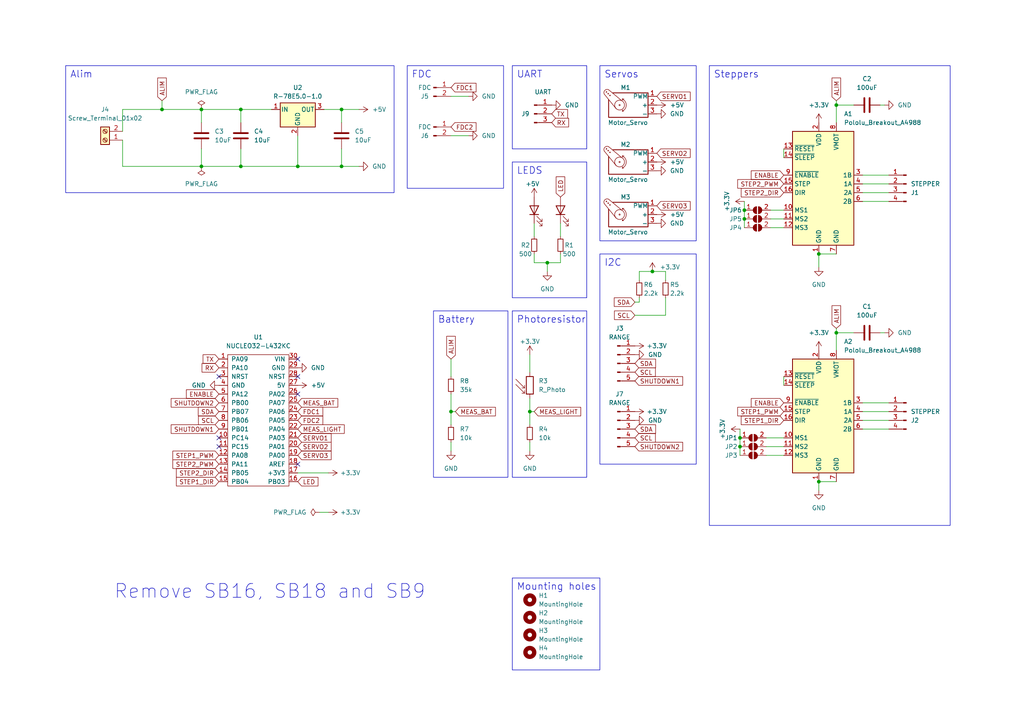
<source format=kicad_sch>
(kicad_sch (version 20230121) (generator eeschema)
  (paper "A4")
  (lib_symbols
    (symbol "Connector:Conn_01x02_Pin" (pin_names (offset 1.016) hide)
      (property "Reference" "J" (at 0 2.54 0))
      (property "Value" "Conn_01x02_Pin" (at 0 -5.08 0))
      (symbol "Conn_01x02_Pin_1_1"
        (polyline (pts (xy 1.27 -2.54) (xy 0.8636 -2.54)) (stroke (width 0.1524)))
        (polyline (pts (xy 1.27 0) (xy 0.8636 0)) (stroke (width 0.1524)))
        (rectangle (start 0.8636 -2.413) (end 0 -2.667) (stroke (width 0.1524)) (fill (type outline)))
        (rectangle (start 0.8636 0.127) (end 0 -0.127) (stroke (width 0.1524)) (fill (type outline)))
        (pin passive line (at 5.08 0 180) (length 3.81) (name "Pin_1") (number "1"))
        (pin passive line (at 5.08 -2.54 180) (length 3.81) (name "Pin_2") (number "2"))
      )
    )
    (symbol "Connector:Conn_01x03_Pin" (pin_names (offset 1.016) hide)
      (property "Reference" "J" (at 0 5.08 0))
      (property "Value" "Conn_01x03_Pin" (at 0 -5.08 0))
      (symbol "Conn_01x03_Pin_1_1"
        (polyline (pts (xy 1.27 -2.54) (xy 0.8636 -2.54)) (stroke (width 0.1524)))
        (polyline (pts (xy 1.27 0) (xy 0.8636 0)) (stroke (width 0.1524)))
        (polyline (pts (xy 1.27 2.54) (xy 0.8636 2.54)) (stroke (width 0.1524)))
        (rectangle (start 0.8636 -2.413) (end 0 -2.667) (stroke (width 0.1524)) (fill (type outline)))
        (rectangle (start 0.8636 0.127) (end 0 -0.127) (stroke (width 0.1524)) (fill (type outline)))
        (rectangle (start 0.8636 2.667) (end 0 2.413) (stroke (width 0.1524)) (fill (type outline)))
        (pin passive line (at 5.08 2.54 180) (length 3.81) (name "Pin_1") (number "1"))
        (pin passive line (at 5.08 0 180) (length 3.81) (name "Pin_2") (number "2"))
        (pin passive line (at 5.08 -2.54 180) (length 3.81) (name "Pin_3") (number "3"))
      )
    )
    (symbol "Connector:Conn_01x04_Pin" (pin_names (offset 1.016) hide)
      (property "Reference" "J" (at 0 5.08 0))
      (property "Value" "Conn_01x04_Pin" (at 0 -7.62 0))
      (symbol "Conn_01x04_Pin_1_1"
        (polyline (pts (xy 1.27 -5.08) (xy 0.8636 -5.08)) (stroke (width 0.1524)))
        (polyline (pts (xy 1.27 -2.54) (xy 0.8636 -2.54)) (stroke (width 0.1524)))
        (polyline (pts (xy 1.27 0) (xy 0.8636 0)) (stroke (width 0.1524)))
        (polyline (pts (xy 1.27 2.54) (xy 0.8636 2.54)) (stroke (width 0.1524)))
        (rectangle (start 0.8636 -4.953) (end 0 -5.207) (stroke (width 0.1524)) (fill (type outline)))
        (rectangle (start 0.8636 -2.413) (end 0 -2.667) (stroke (width 0.1524)) (fill (type outline)))
        (rectangle (start 0.8636 0.127) (end 0 -0.127) (stroke (width 0.1524)) (fill (type outline)))
        (rectangle (start 0.8636 2.667) (end 0 2.413) (stroke (width 0.1524)) (fill (type outline)))
        (pin passive line (at 5.08 2.54 180) (length 3.81) (name "Pin_1") (number "1"))
        (pin passive line (at 5.08 0 180) (length 3.81) (name "Pin_2") (number "2"))
        (pin passive line (at 5.08 -2.54 180) (length 3.81) (name "Pin_3") (number "3"))
        (pin passive line (at 5.08 -5.08 180) (length 3.81) (name "Pin_4") (number "4"))
      )
    )
    (symbol "Connector:Conn_01x05_Pin" (pin_names (offset 1.016) hide)
      (property "Reference" "J" (at 0 7.62 0))
      (property "Value" "Conn_01x05_Pin" (at 0 -7.62 0))
      (symbol "Conn_01x05_Pin_1_1"
        (polyline (pts (xy 1.27 -5.08) (xy 0.8636 -5.08)) (stroke (width 0.1524)))
        (polyline (pts (xy 1.27 -2.54) (xy 0.8636 -2.54)) (stroke (width 0.1524)))
        (polyline (pts (xy 1.27 0) (xy 0.8636 0)) (stroke (width 0.1524)))
        (polyline (pts (xy 1.27 2.54) (xy 0.8636 2.54)) (stroke (width 0.1524)))
        (polyline (pts (xy 1.27 5.08) (xy 0.8636 5.08)) (stroke (width 0.1524)))
        (rectangle (start 0.8636 -4.953) (end 0 -5.207) (stroke (width 0.1524)) (fill (type outline)))
        (rectangle (start 0.8636 -2.413) (end 0 -2.667) (stroke (width 0.1524)) (fill (type outline)))
        (rectangle (start 0.8636 0.127) (end 0 -0.127) (stroke (width 0.1524)) (fill (type outline)))
        (rectangle (start 0.8636 2.667) (end 0 2.413) (stroke (width 0.1524)) (fill (type outline)))
        (rectangle (start 0.8636 5.207) (end 0 4.953) (stroke (width 0.1524)) (fill (type outline)))
        (pin passive line (at 5.08 5.08 180) (length 3.81) (name "Pin_1") (number "1"))
        (pin passive line (at 5.08 2.54 180) (length 3.81) (name "Pin_2") (number "2"))
        (pin passive line (at 5.08 0 180) (length 3.81) (name "Pin_3") (number "3"))
        (pin passive line (at 5.08 -2.54 180) (length 3.81) (name "Pin_4") (number "4"))
        (pin passive line (at 5.08 -5.08 180) (length 3.81) (name "Pin_5") (number "5"))
      )
    )
    (symbol "Connector:Screw_Terminal_01x02" (pin_names (offset 1.016) hide)
      (property "Reference" "J" (at 0 2.54 0))
      (property "Value" "Screw_Terminal_01x02" (at 0 -5.08 0))
      (symbol "Screw_Terminal_01x02_1_1"
        (rectangle (start -1.27 1.27) (end 1.27 -3.81) (stroke (width 0.254)) (fill (type background)))
        (circle (center 0 -2.54) (radius 0.635) (stroke (width 0.1524)))
        (polyline (pts (xy -0.5334 -2.2098) (xy 0.3302 -3.048)) (stroke (width 0.1524)))
        (polyline (pts (xy -0.5334 0.3302) (xy 0.3302 -0.508)) (stroke (width 0.1524)))
        (polyline (pts (xy -0.3556 -2.032) (xy 0.508 -2.8702)) (stroke (width 0.1524)))
        (polyline (pts (xy -0.3556 0.508) (xy 0.508 -0.3302)) (stroke (width 0.1524)))
        (circle (center 0 0) (radius 0.635) (stroke (width 0.1524)))
        (pin passive line (at -5.08 0 0) (length 3.81) (name "Pin_1") (number "1"))
        (pin passive line (at -5.08 -2.54 0) (length 3.81) (name "Pin_2") (number "2"))
      )
    )
    (symbol "Device:C" (pin_numbers hide) (pin_names (offset 0.254))
      (property "Reference" "C" (at 0.635 2.54 0))
      (property "Value" "C" (at 0.635 -2.54 0))
      (symbol "C_0_1"
        (polyline (pts (xy -2.032 -0.762) (xy 2.032 -0.762)) (stroke (width 0.508)))
        (polyline (pts (xy -2.032 0.762) (xy 2.032 0.762)) (stroke (width 0.508)))
      )
      (symbol "C_1_1"
        (pin passive line (at 0 3.81 270) (length 2.794) (name "~") (number "1"))
        (pin passive line (at 0 -3.81 90) (length 2.794) (name "~") (number "2"))
      )
    )
    (symbol "Device:LED" (pin_numbers hide) (pin_names (offset 1.016) hide)
      (property "Reference" "D" (at 0 2.54 0))
      (property "Value" "LED" (at 0 -2.54 0))
      (symbol "LED_0_1"
        (polyline (pts (xy -1.27 -1.27) (xy -1.27 1.27)) (stroke (width 0.254)))
        (polyline (pts (xy -1.27 0) (xy 1.27 0)))
        (polyline (pts (xy 1.27 -1.27) (xy 1.27 1.27) (xy -1.27 0) (xy 1.27 -1.27)) (stroke (width 0.254)))
        (polyline (pts (xy -3.048 -0.762) (xy -4.572 -2.286) (xy -3.81 -2.286) (xy -4.572 -2.286) (xy -4.572 -1.524)))
        (polyline (pts (xy -1.778 -0.762) (xy -3.302 -2.286) (xy -2.54 -2.286) (xy -3.302 -2.286) (xy -3.302 -1.524)))
      )
      (symbol "LED_1_1"
        (pin passive line (at -3.81 0 0) (length 2.54) (name "K") (number "1"))
        (pin passive line (at 3.81 0 180) (length 2.54) (name "A") (number "2"))
      )
    )
    (symbol "Device:R_Photo" (pin_numbers hide) (pin_names (offset 0))
      (property "Reference" "R" (at 1.27 1.27 0))
      (property "Value" "R_Photo" (at 1.27 0 0))
      (symbol "R_Photo_0_1"
        (rectangle (start -1.016 2.54) (end 1.016 -2.54) (stroke (width 0.254)))
        (polyline (pts (xy -1.524 -2.286) (xy -4.064 0.254)))
        (polyline (pts (xy -1.524 -2.286) (xy -2.286 -2.286)))
        (polyline (pts (xy -1.524 -2.286) (xy -1.524 -1.524)))
        (polyline (pts (xy -1.524 -0.762) (xy -4.064 1.778)))
        (polyline (pts (xy -1.524 -0.762) (xy -2.286 -0.762)))
        (polyline (pts (xy -1.524 -0.762) (xy -1.524 0)))
      )
      (symbol "R_Photo_1_1"
        (pin passive line (at 0 3.81 270) (length 1.27) (name "~") (number "1"))
        (pin passive line (at 0 -3.81 90) (length 1.27) (name "~") (number "2"))
      )
    )
    (symbol "Device:R_Small" (pin_numbers hide) (pin_names (offset 0.254) hide)
      (property "Reference" "R" (at 0.762 0.508 0))
      (property "Value" "R_Small" (at 0.762 -1.016 0))
      (symbol "R_Small_0_1"
        (rectangle (start -0.762 1.778) (end 0.762 -1.778) (stroke (width 0.2032)))
      )
      (symbol "R_Small_1_1"
        (pin passive line (at 0 2.54 270) (length 0.762) (name "~") (number "1"))
        (pin passive line (at 0 -2.54 90) (length 0.762) (name "~") (number "2"))
      )
    )
    (symbol "Driver_Motor:Pololu_Breakout_A4988"
      (property "Reference" "A" (at -2.54 19.05 0))
      (property "Value" "Pololu_Breakout_A4988" (at -2.54 16.51 0))
      (symbol "Pololu_Breakout_A4988_0_1"
        (rectangle (start 10.16 -17.78) (end -7.62 15.24) (stroke (width 0.254)) (fill (type background)))
      )
      (symbol "Pololu_Breakout_A4988_1_1"
        (pin power_in line (at 0 -20.32 90) (length 2.54) (name "GND") (number "1"))
        (pin input line (at -10.16 -7.62 0) (length 2.54) (name "MS1") (number "10"))
        (pin input line (at -10.16 -10.16 0) (length 2.54) (name "MS2") (number "11"))
        (pin input line (at -10.16 -12.7 0) (length 2.54) (name "MS3") (number "12"))
        (pin input line (at -10.16 10.16 0) (length 2.54) (name "~{RESET}") (number "13"))
        (pin input line (at -10.16 7.62 0) (length 2.54) (name "~{SLEEP}") (number "14"))
        (pin input line (at -10.16 0 0) (length 2.54) (name "STEP") (number "15"))
        (pin input line (at -10.16 -2.54 0) (length 2.54) (name "DIR") (number "16"))
        (pin power_in line (at 0 17.78 270) (length 2.54) (name "VDD") (number "2"))
        (pin output line (at 12.7 2.54 180) (length 2.54) (name "1B") (number "3"))
        (pin output line (at 12.7 0 180) (length 2.54) (name "1A") (number "4"))
        (pin output line (at 12.7 -2.54 180) (length 2.54) (name "2A") (number "5"))
        (pin output line (at 12.7 -5.08 180) (length 2.54) (name "2B") (number "6"))
        (pin power_in line (at 5.08 -20.32 90) (length 2.54) (name "GND") (number "7"))
        (pin power_in line (at 5.08 17.78 270) (length 2.54) (name "VMOT") (number "8"))
        (pin input line (at -10.16 2.54 0) (length 2.54) (name "~{ENABLE}") (number "9"))
      )
    )
    (symbol "ENAC_robotique:NUCLEO32-L432KC" (pin_names (offset 1.016))
      (property "Reference" "U" (at -5.08 20.32 0))
      (property "Value" "NUCLEO32-L432KC" (at 0 -20.32 0))
      (symbol "NUCLEO32-L432KC_0_1"
        (rectangle (start -8.89 19.05) (end 8.89 -19.05))
      )
      (symbol "NUCLEO32-L432KC_1_1"
        (pin bidirectional line (at -11.43 17.78 0) (length 2.54) (name "PA09") (number "1"))
        (pin bidirectional line (at -11.43 -5.08 0) (length 2.54) (name "PC14") (number "10"))
        (pin bidirectional line (at -11.43 -7.62 0) (length 2.54) (name "PC15") (number "11"))
        (pin bidirectional line (at -11.43 -10.16 0) (length 2.54) (name "PA08") (number "12"))
        (pin bidirectional line (at -11.43 -12.7 0) (length 2.54) (name "PA11") (number "13"))
        (pin bidirectional line (at -11.43 -15.24 0) (length 2.54) (name "PB05") (number "14"))
        (pin bidirectional line (at -11.43 -17.78 0) (length 2.54) (name "PB04") (number "15"))
        (pin bidirectional line (at 11.43 -17.78 180) (length 2.54) (name "PB03") (number "16"))
        (pin power_in line (at 11.43 -15.24 180) (length 2.54) (name "+3V3") (number "17"))
        (pin input line (at 11.43 -12.7 180) (length 2.54) (name "AREF") (number "18"))
        (pin bidirectional line (at 11.43 -10.16 180) (length 2.54) (name "PA00") (number "19"))
        (pin bidirectional line (at -11.43 15.24 0) (length 2.54) (name "PA10") (number "2"))
        (pin bidirectional line (at 11.43 -7.62 180) (length 2.54) (name "PA01") (number "20"))
        (pin bidirectional line (at 11.43 -5.08 180) (length 2.54) (name "PA03") (number "21"))
        (pin bidirectional line (at 11.43 -2.54 180) (length 2.54) (name "PA04") (number "22"))
        (pin bidirectional line (at 11.43 0 180) (length 2.54) (name "PA05") (number "23"))
        (pin bidirectional line (at 11.43 2.54 180) (length 2.54) (name "PA06") (number "24"))
        (pin bidirectional line (at 11.43 5.08 180) (length 2.54) (name "PA07") (number "25"))
        (pin bidirectional line (at 11.43 7.62 180) (length 2.54) (name "PA02") (number "26"))
        (pin power_in line (at 11.43 10.16 180) (length 2.54) (name "5V") (number "27"))
        (pin input line (at 11.43 12.7 180) (length 2.54) (name "NRST") (number "28"))
        (pin power_in line (at 11.43 15.24 180) (length 2.54) (name "GND") (number "29"))
        (pin input line (at -11.43 12.7 0) (length 2.54) (name "NRST") (number "3"))
        (pin power_in line (at 11.43 17.78 180) (length 2.54) (name "VIN") (number "30"))
        (pin power_in line (at -11.43 10.16 0) (length 2.54) (name "GND") (number "4"))
        (pin bidirectional line (at -11.43 7.62 0) (length 2.54) (name "PA12") (number "5"))
        (pin bidirectional line (at -11.43 5.08 0) (length 2.54) (name "PB00") (number "6"))
        (pin bidirectional line (at -11.43 2.54 0) (length 2.54) (name "PB07") (number "7"))
        (pin bidirectional line (at -11.43 0 0) (length 2.54) (name "PB06") (number "8"))
        (pin bidirectional line (at -11.43 -2.54 0) (length 2.54) (name "PB01") (number "9"))
      )
    )
    (symbol "Jumper:SolderJumper_2_Open" (pin_names (offset 0) hide)
      (property "Reference" "JP" (at 0 2.032 0))
      (property "Value" "SolderJumper_2_Open" (at 0 -2.54 0))
      (symbol "SolderJumper_2_Open_0_1"
        (arc (start -0.254 1.016) (mid -1.2656 0) (end -0.254 -1.016))
        (arc (start -0.254 1.016) (mid -1.2656 0) (end -0.254 -1.016) (fill (type outline)))
        (polyline (pts (xy -0.254 1.016) (xy -0.254 -1.016)))
        (polyline (pts (xy 0.254 1.016) (xy 0.254 -1.016)))
        (arc (start 0.254 -1.016) (mid 1.2656 0) (end 0.254 1.016))
        (arc (start 0.254 -1.016) (mid 1.2656 0) (end 0.254 1.016) (fill (type outline)))
      )
      (symbol "SolderJumper_2_Open_1_1"
        (pin passive line (at -3.81 0 0) (length 2.54) (name "A") (number "1"))
        (pin passive line (at 3.81 0 180) (length 2.54) (name "B") (number "2"))
      )
    )
    (symbol "Mechanical:MountingHole" (pin_names (offset 1.016))
      (property "Reference" "H" (at 0 5.08 0))
      (property "Value" "MountingHole" (at 0 3.175 0))
      (symbol "MountingHole_0_1"
        (circle (center 0 0) (radius 1.27) (stroke (width 1.27)))
      )
    )
    (symbol "Motor:Motor_Servo" (pin_names (offset 0.0254))
      (property "Reference" "M" (at -5.08 4.445 0))
      (property "Value" "Motor_Servo" (at -5.08 -4.064 0))
      (symbol "Motor_Servo_0_1"
        (polyline (pts (xy 2.413 -1.778) (xy 2.032 -1.778)))
        (polyline (pts (xy 2.413 -1.778) (xy 2.286 -1.397)))
        (polyline (pts (xy 2.413 1.778) (xy 1.905 1.778)))
        (polyline (pts (xy 2.413 1.778) (xy 2.286 1.397)))
        (polyline (pts (xy 6.35 4.445) (xy 2.54 1.27)))
        (polyline (pts (xy 7.62 3.175) (xy 4.191 -1.016)))
        (polyline (pts (xy 5.08 3.556) (xy -5.08 3.556) (xy -5.08 -3.556) (xy 6.35 -3.556) (xy 6.35 1.524)) (stroke (width 0.254)))
        (arc (start 2.413 1.778) (mid 1.2406 0) (end 2.413 -1.778))
        (circle (center 3.175 0) (radius 0.1778))
        (circle (center 3.175 0) (radius 1.4224))
        (circle (center 5.969 2.794) (radius 0.127))
        (circle (center 6.477 3.302) (radius 0.127))
        (circle (center 6.985 3.81) (radius 0.127))
        (arc (start 7.62 3.175) (mid 7.4485 4.2735) (end 6.35 4.445))
      )
      (symbol "Motor_Servo_1_1"
        (pin passive line (at -7.62 2.54 0) (length 2.54) (name "PWM") (number "1"))
        (pin passive line (at -7.62 0 0) (length 2.54) (name "+") (number "2"))
        (pin passive line (at -7.62 -2.54 0) (length 2.54) (name "-") (number "3"))
      )
    )
    (symbol "Regulator_Switching:R-78E5.0-1.0" (pin_names (offset 0.254))
      (property "Reference" "U" (at -3.81 3.175 0))
      (property "Value" "R-78E5.0-1.0" (at 0 3.175 0))
      (symbol "R-78E5.0-1.0_0_1"
        (rectangle (start -5.08 1.905) (end 5.08 -5.08) (stroke (width 0.254)) (fill (type background)))
      )
      (symbol "R-78E5.0-1.0_1_1"
        (pin power_in line (at -7.62 0 0) (length 2.54) (name "IN") (number "1"))
        (pin power_in line (at 0 -7.62 90) (length 2.54) (name "GND") (number "2"))
        (pin power_out line (at 7.62 0 180) (length 2.54) (name "OUT") (number "3"))
      )
    )
    (symbol "power:+3.3V" (power) (pin_names (offset 0))
      (property "Value" "+3.3V" (at 0 3.556 0))
      (symbol "+3.3V_0_1"
        (polyline (pts (xy -0.762 1.27) (xy 0 2.54)))
        (polyline (pts (xy 0 0) (xy 0 2.54)))
        (polyline (pts (xy 0 2.54) (xy 0.762 1.27)))
      )
      (symbol "+3.3V_1_1"
        (pin power_in line (at 0 0 90) (length 0) hide (name "+3.3V") (number "1"))
      )
    )
    (symbol "power:+5V" (power) (pin_names (offset 0))
      (property "Value" "+5V" (at 0 3.556 0))
      (symbol "+5V_0_1"
        (polyline (pts (xy -0.762 1.27) (xy 0 2.54)))
        (polyline (pts (xy 0 0) (xy 0 2.54)))
        (polyline (pts (xy 0 2.54) (xy 0.762 1.27)))
      )
      (symbol "+5V_1_1"
        (pin power_in line (at 0 0 90) (length 0) hide (name "+5V") (number "1"))
      )
    )
    (symbol "power:GND" (power) (pin_names (offset 0))
      (property "Value" "GND" (at 0 -3.81 0))
      (symbol "GND_0_1"
        (polyline (pts (xy 0 0) (xy 0 -1.27) (xy 1.27 -1.27) (xy 0 -2.54) (xy -1.27 -1.27) (xy 0 -1.27)))
      )
      (symbol "GND_1_1"
        (pin power_in line (at 0 0 270) (length 0) hide (name "GND") (number "1"))
      )
    )
    (symbol "power:PWR_FLAG" (power) (pin_numbers hide) (pin_names (offset 0) hide)
      (property "Value" "PWR_FLAG" (at 0 3.81 0))
      (symbol "PWR_FLAG_0_0"
        (pin power_out line (at 0 0 90) (length 0) (name "pwr") (number "1"))
      )
      (symbol "PWR_FLAG_0_1"
        (polyline (pts (xy 0 0) (xy 0 1.27) (xy -1.016 1.905) (xy 0 2.54) (xy 1.016 1.905) (xy 0 1.27)))
      )
    )
  )
  (junction (at 214.63 129.54))
  (junction (at 215.9 63.5))
  (junction (at 214.63 127))
  (junction (at 153.67 119.38))
  (junction (at 99.06 31.75))
  (junction (at 237.49 73.66))
  (junction (at 237.49 139.7))
  (junction (at 69.85 31.75))
  (junction (at 99.06 48.26))
  (junction (at 189.23 78.74))
  (junction (at 69.85 48.26))
  (junction (at 242.57 96.52))
  (junction (at 130.81 119.38))
  (junction (at 86.36 48.26))
  (junction (at 58.42 31.75))
  (junction (at 158.75 76.2))
  (junction (at 46.99 31.75))
  (junction (at 215.9 60.96))
  (junction (at 58.42 48.26))
  (junction (at 242.57 30.48))
  (no_connect (at 86.36 134.62))
  (no_connect (at 63.5 127))
  (no_connect (at 86.36 109.22))
  (no_connect (at 86.36 104.14))
  (no_connect (at 63.5 109.22))
  (no_connect (at 63.5 129.54))
  (no_connect (at 86.36 114.3))
  (wire (pts (xy 215.9 63.5) (xy 215.9 66.04)))
  (wire (pts (xy 250.19 53.34) (xy 257.81 53.34)))
  (wire (pts (xy 93.98 31.75) (xy 99.06 31.75)))
  (wire (pts (xy 130.81 27.94) (xy 135.89 27.94)))
  (wire (pts (xy 69.85 31.75) (xy 69.85 35.56)))
  (wire (pts (xy 132.08 119.38) (xy 130.81 119.38)))
  (wire (pts (xy 222.25 127) (xy 227.33 127)))
  (wire (pts (xy 130.81 119.38) (xy 130.81 123.19)))
  (wire (pts (xy 237.49 139.7) (xy 242.57 139.7)))
  (wire (pts (xy 99.06 48.26) (xy 86.36 48.26)))
  (wire (pts (xy 58.42 43.18) (xy 58.42 48.26)))
  (wire (pts (xy 237.49 73.66) (xy 242.57 73.66)))
  (wire (pts (xy 250.19 116.84) (xy 257.81 116.84)))
  (wire (pts (xy 69.85 48.26) (xy 86.36 48.26)))
  (wire (pts (xy 130.81 39.37) (xy 135.89 39.37)))
  (wire (pts (xy 35.56 48.26) (xy 58.42 48.26)))
  (wire (pts (xy 185.42 78.74) (xy 189.23 78.74)))
  (wire (pts (xy 162.56 68.58) (xy 162.56 64.77)))
  (wire (pts (xy 153.67 115.57) (xy 153.67 119.38)))
  (wire (pts (xy 193.04 91.44) (xy 193.04 86.36)))
  (wire (pts (xy 237.49 139.7) (xy 237.49 142.24)))
  (wire (pts (xy 58.42 31.75) (xy 69.85 31.75)))
  (wire (pts (xy 185.42 81.28) (xy 185.42 78.74)))
  (wire (pts (xy 86.36 137.16) (xy 95.25 137.16)))
  (wire (pts (xy 58.42 35.56) (xy 58.42 31.75)))
  (wire (pts (xy 250.19 50.8) (xy 257.81 50.8)))
  (wire (pts (xy 223.52 63.5) (xy 227.33 63.5)))
  (wire (pts (xy 69.85 31.75) (xy 78.74 31.75)))
  (wire (pts (xy 92.71 148.59) (xy 95.25 148.59)))
  (wire (pts (xy 46.99 29.21) (xy 46.99 31.75)))
  (wire (pts (xy 162.56 73.66) (xy 162.56 76.2)))
  (wire (pts (xy 86.36 48.26) (xy 86.36 39.37)))
  (wire (pts (xy 215.9 60.96) (xy 215.9 63.5)))
  (wire (pts (xy 35.56 31.75) (xy 35.56 38.1)))
  (wire (pts (xy 222.25 132.08) (xy 227.33 132.08)))
  (wire (pts (xy 247.65 30.48) (xy 242.57 30.48)))
  (wire (pts (xy 154.94 76.2) (xy 158.75 76.2)))
  (wire (pts (xy 99.06 31.75) (xy 99.06 35.56)))
  (wire (pts (xy 242.57 29.21) (xy 242.57 30.48)))
  (wire (pts (xy 130.81 130.81) (xy 130.81 128.27)))
  (wire (pts (xy 247.65 96.52) (xy 242.57 96.52)))
  (wire (pts (xy 214.63 127) (xy 214.63 129.54)))
  (wire (pts (xy 214.63 124.46) (xy 214.63 127)))
  (wire (pts (xy 153.67 119.38) (xy 154.94 119.38)))
  (wire (pts (xy 158.75 76.2) (xy 162.56 76.2)))
  (wire (pts (xy 255.27 30.48) (xy 256.54 30.48)))
  (wire (pts (xy 153.67 119.38) (xy 153.67 123.19)))
  (wire (pts (xy 99.06 43.18) (xy 99.06 48.26)))
  (wire (pts (xy 256.54 96.52) (xy 255.27 96.52)))
  (wire (pts (xy 130.81 114.3) (xy 130.81 119.38)))
  (wire (pts (xy 227.33 109.22) (xy 227.33 111.76)))
  (wire (pts (xy 58.42 48.26) (xy 69.85 48.26)))
  (wire (pts (xy 130.81 104.14) (xy 130.81 109.22)))
  (wire (pts (xy 250.19 55.88) (xy 257.81 55.88)))
  (wire (pts (xy 250.19 121.92) (xy 257.81 121.92)))
  (wire (pts (xy 185.42 87.63) (xy 185.42 86.36)))
  (wire (pts (xy 153.67 128.27) (xy 153.67 130.81)))
  (wire (pts (xy 214.63 129.54) (xy 214.63 132.08)))
  (wire (pts (xy 250.19 119.38) (xy 257.81 119.38)))
  (wire (pts (xy 215.9 58.42) (xy 215.9 60.96)))
  (wire (pts (xy 193.04 78.74) (xy 189.23 78.74)))
  (wire (pts (xy 154.94 73.66) (xy 154.94 76.2)))
  (wire (pts (xy 223.52 66.04) (xy 227.33 66.04)))
  (wire (pts (xy 184.15 87.63) (xy 185.42 87.63)))
  (wire (pts (xy 35.56 31.75) (xy 46.99 31.75)))
  (wire (pts (xy 242.57 96.52) (xy 242.57 101.6)))
  (wire (pts (xy 250.19 124.46) (xy 257.81 124.46)))
  (wire (pts (xy 184.15 91.44) (xy 193.04 91.44)))
  (wire (pts (xy 242.57 30.48) (xy 242.57 35.56)))
  (wire (pts (xy 223.52 60.96) (xy 227.33 60.96)))
  (wire (pts (xy 193.04 81.28) (xy 193.04 78.74)))
  (wire (pts (xy 237.49 73.66) (xy 237.49 77.47)))
  (wire (pts (xy 69.85 43.18) (xy 69.85 48.26)))
  (wire (pts (xy 227.33 43.18) (xy 227.33 45.72)))
  (wire (pts (xy 104.14 48.26) (xy 99.06 48.26)))
  (wire (pts (xy 222.25 129.54) (xy 227.33 129.54)))
  (wire (pts (xy 46.99 31.75) (xy 58.42 31.75)))
  (wire (pts (xy 242.57 95.25) (xy 242.57 96.52)))
  (wire (pts (xy 99.06 31.75) (xy 104.14 31.75)))
  (wire (pts (xy 250.19 58.42) (xy 257.81 58.42)))
  (wire (pts (xy 35.56 40.64) (xy 35.56 48.26)))
  (wire (pts (xy 154.94 68.58) (xy 154.94 64.77)))
  (wire (pts (xy 158.75 76.2) (xy 158.75 78.74)))
  (wire (pts (xy 153.67 102.87) (xy 153.67 107.95)))
  (rectangle (start 205.74 19.05) (end 275.59 152.4))
  (rectangle (start 125.73 90.17) (end 147.32 138.43))
  (rectangle (start 173.99 73.66) (end 201.93 134.62))
  (rectangle (start 148.59 46.99) (end 170.18 86.36))
  (rectangle (start 148.59 19.05) (end 170.18 43.18))
  (rectangle (start 148.59 167.64) (end 173.99 194.31))
  (rectangle (start 173.99 19.05) (end 201.93 69.85))
  (rectangle (start 118.11 19.05) (end 146.05 54.61))
  (rectangle (start 148.59 90.17) (end 170.18 138.43))
  (rectangle (start 19.05 19.05) (end 114.3 55.88))
  (text "Servos" (at 175.26 22.86 0) (effects (font (size 2 2)) (justify left bottom)))
  (text "UART" (at 149.86 22.86 0) (effects (font (size 2 2)) (justify left bottom)))
  (text "Photoresistor" (at 149.86 93.98 0) (effects (font (size 2 2)) (justify left bottom)))
  (text "Remove SB16, SB18 and SB9" (at 33.02 173.99 0) (effects (font (size 4 4)) (justify left bottom)))
  (text "LEDS" (at 149.86 50.8 0) (effects (font (size 2 2)) (justify left bottom)))
  (text "FDC" (at 119.38 22.86 0) (effects (font (size 2 2)) (justify left bottom)))
  (text "Steppers" (at 207.01 22.86 0) (effects (font (size 2 2)) (justify left bottom)))
  (text "I2C" (at 175.26 77.47 0) (effects (font (size 2 2)) (justify left bottom)))
  (text "Mounting holes" (at 149.86 171.45 0) (effects (font (size 2 2)) (justify left bottom)))
  (text "Alim" (at 20.32 22.86 0) (effects (font (size 2 2)) (justify left bottom)))
  (text "Battery" (at 127 93.98 0) (effects (font (size 2 2)) (justify left bottom)))
  (global_label "SDA" (shape input) (at 184.15 87.63 180) (property "Intersheetrefs" "${INTERSHEET_REFS}" (effects hide)))
  (global_label "SHUTDOWN2" (shape input) (at 63.5 116.84 180) (property "Intersheetrefs" "${INTERSHEET_REFS}" (effects hide)))
  (global_label "SHUTDOWN1" (shape input) (at 184.15 110.49 0) (property "Intersheetrefs" "${INTERSHEET_REFS}" (effects hide)))
  (global_label "STEP2_DIR" (shape input) (at 227.33 55.88 180) (property "Intersheetrefs" "${INTERSHEET_REFS}" (effects hide)))
  (global_label "STEP1_PWM" (shape input) (at 63.5 132.08 180) (property "Intersheetrefs" "${INTERSHEET_REFS}" (effects hide)))
  (global_label "FDC1" (shape input) (at 130.81 25.4 0) (property "Intersheetrefs" "${INTERSHEET_REFS}" (effects hide)))
  (global_label "SCL" (shape input) (at 184.15 127 0) (property "Intersheetrefs" "${INTERSHEET_REFS}" (effects hide)))
  (global_label "TX" (shape input) (at 160.02 33.02 0) (property "Intersheetrefs" "${INTERSHEET_REFS}" (effects hide)))
  (global_label "STEP1_DIR" (shape input) (at 227.33 121.92 180) (property "Intersheetrefs" "${INTERSHEET_REFS}" (effects hide)))
  (global_label "SHUTDOWN2" (shape input) (at 184.15 129.54 0) (property "Intersheetrefs" "${INTERSHEET_REFS}" (effects hide)))
  (global_label "STEP2_DIR" (shape input) (at 63.5 137.16 180) (property "Intersheetrefs" "${INTERSHEET_REFS}" (effects hide)))
  (global_label "ALIM" (shape input) (at 46.99 29.21 90) (property "Intersheetrefs" "${INTERSHEET_REFS}" (effects hide)))
  (global_label "ALIM" (shape input) (at 130.81 104.14 90) (property "Intersheetrefs" "${INTERSHEET_REFS}" (effects hide)))
  (global_label "MEAS_BAT" (shape input) (at 132.08 119.38 0) (property "Intersheetrefs" "${INTERSHEET_REFS}" (effects hide)))
  (global_label "SERVO3" (shape input) (at 190.5 59.69 0) (property "Intersheetrefs" "${INTERSHEET_REFS}" (effects hide)))
  (global_label "SERVO1" (shape input) (at 190.5 27.94 0) (property "Intersheetrefs" "${INTERSHEET_REFS}" (effects hide)))
  (global_label "SCL" (shape input) (at 63.5 121.92 180) (property "Intersheetrefs" "${INTERSHEET_REFS}" (effects hide)))
  (global_label "STEP1_DIR" (shape input) (at 63.5 139.7 180) (property "Intersheetrefs" "${INTERSHEET_REFS}" (effects hide)))
  (global_label "STEP2_PWM" (shape input) (at 227.33 53.34 180) (property "Intersheetrefs" "${INTERSHEET_REFS}" (effects hide)))
  (global_label "SERVO3" (shape input) (at 86.36 132.08 0) (property "Intersheetrefs" "${INTERSHEET_REFS}" (effects hide)))
  (global_label "RX" (shape input) (at 160.02 35.56 0) (property "Intersheetrefs" "${INTERSHEET_REFS}" (effects hide)))
  (global_label "STEP1_PWM" (shape input) (at 227.33 119.38 180) (property "Intersheetrefs" "${INTERSHEET_REFS}" (effects hide)))
  (global_label "MEAS_BAT" (shape input) (at 86.36 116.84 0) (property "Intersheetrefs" "${INTERSHEET_REFS}" (effects hide)))
  (global_label "ENABLE" (shape input) (at 227.33 50.8 180) (property "Intersheetrefs" "${INTERSHEET_REFS}" (effects hide)))
  (global_label "TX" (shape input) (at 63.5 104.14 180) (property "Intersheetrefs" "${INTERSHEET_REFS}" (effects hide)))
  (global_label "FDC2" (shape input) (at 130.81 36.83 0) (property "Intersheetrefs" "${INTERSHEET_REFS}" (effects hide)))
  (global_label "FDC1" (shape input) (at 86.36 119.38 0) (property "Intersheetrefs" "${INTERSHEET_REFS}" (effects hide)))
  (global_label "MEAS_LIGHT" (shape input) (at 154.94 119.38 0) (property "Intersheetrefs" "${INTERSHEET_REFS}" (effects hide)))
  (global_label "LED" (shape input) (at 86.36 139.7 0) (property "Intersheetrefs" "${INTERSHEET_REFS}" (effects hide)))
  (global_label "ENABLE" (shape input) (at 63.5 114.3 180) (property "Intersheetrefs" "${INTERSHEET_REFS}" (effects hide)))
  (global_label "SERVO2" (shape input) (at 190.5 44.45 0) (property "Intersheetrefs" "${INTERSHEET_REFS}" (effects hide)))
  (global_label "SDA" (shape input) (at 184.15 105.41 0) (property "Intersheetrefs" "${INTERSHEET_REFS}" (effects hide)))
  (global_label "SERVO2" (shape input) (at 86.36 129.54 0) (property "Intersheetrefs" "${INTERSHEET_REFS}" (effects hide)))
  (global_label "RX" (shape input) (at 63.5 106.68 180) (property "Intersheetrefs" "${INTERSHEET_REFS}" (effects hide)))
  (global_label "SDA" (shape input) (at 63.5 119.38 180) (property "Intersheetrefs" "${INTERSHEET_REFS}" (effects hide)))
  (global_label "SCL" (shape input) (at 184.15 91.44 180) (property "Intersheetrefs" "${INTERSHEET_REFS}" (effects hide)))
  (global_label "SHUTDOWN1" (shape input) (at 63.5 124.46 180) (property "Intersheetrefs" "${INTERSHEET_REFS}" (effects hide)))
  (global_label "SCL" (shape input) (at 184.15 107.95 0) (property "Intersheetrefs" "${INTERSHEET_REFS}" (effects hide)))
  (global_label "SERVO1" (shape input) (at 86.36 127 0) (property "Intersheetrefs" "${INTERSHEET_REFS}" (effects hide)))
  (global_label "ALIM" (shape input) (at 242.57 95.25 90) (property "Intersheetrefs" "${INTERSHEET_REFS}" (effects hide)))
  (global_label "STEP2_PWM" (shape input) (at 63.5 134.62 180) (property "Intersheetrefs" "${INTERSHEET_REFS}" (effects hide)))
  (global_label "ENABLE" (shape input) (at 227.33 116.84 180) (property "Intersheetrefs" "${INTERSHEET_REFS}" (effects hide)))
  (global_label "SDA" (shape input) (at 184.15 124.46 0) (property "Intersheetrefs" "${INTERSHEET_REFS}" (effects hide)))
  (global_label "LED" (shape input) (at 162.56 57.15 90) (property "Intersheetrefs" "${INTERSHEET_REFS}" (effects hide)))
  (global_label "ALIM" (shape input) (at 242.57 29.21 90) (property "Intersheetrefs" "${INTERSHEET_REFS}" (effects hide)))
  (global_label "MEAS_LIGHT" (shape input) (at 86.36 124.46 0) (property "Intersheetrefs" "${INTERSHEET_REFS}" (effects hide)))
  (global_label "FDC2" (shape input) (at 86.36 121.92 0) (property "Intersheetrefs" "${INTERSHEET_REFS}" (effects hide)))
  (symbol (lib_id "power:PWR_FLAG") (at 58.42 48.26 180) (unit 1)
    (property "Reference" "#FLG02" (effects hide))
    (property "Value" "PWR_FLAG" (at 58.42 53.34 0))
  )
  (symbol (lib_id "power:GND") (at 130.81 130.81 0) (unit 1)
    (property "Reference" "#PWR034" (effects hide))
    (property "Value" "GND" (at 130.81 135.89 0))
  )
  (symbol (lib_id "power:+5V") (at 154.94 57.15 0) (unit 1)
    (property "Reference" "#PWR022" (effects hide))
    (property "Value" "+5V" (at 152.4 53.34 0) (effects (justify left)))
  )
  (symbol (lib_id "power:GND") (at 184.15 121.92 90) (unit 1)
    (property "Reference" "#PWR031" (effects hide))
    (property "Value" "GND" (at 187.96 121.92 90) (effects (justify right)))
  )
  (symbol (lib_id "power:+3.3V") (at 237.49 35.56 0) (unit 1)
    (property "Reference" "#PWR011" (effects hide))
    (property "Value" "+3.3V" (at 237.49 30.48 0))
  )
  (symbol (lib_id "power:GND") (at 104.14 48.26 90) (unit 1)
    (property "Reference" "#PWR030" (effects hide))
    (property "Value" "GND" (at 107.95 48.26 90) (effects (justify right)))
  )
  (symbol (lib_id "Motor:Motor_Servo") (at 182.88 46.99 0) (mirror y) (unit 1)
    (property "Reference" "M2" (at 182.88 41.91 0) (effects (justify left)))
    (property "Value" "Motor_Servo" (at 187.96 52.07 0) (effects (justify left)))
    (property "Footprint" "Connector_PinHeader_2.54mm:PinHeader_1x03_P2.54mm_Vertical" (effects hide))
    (property "Datasheet" "http://forums.parallax.com/uploads/attachments/46831/74481.png" (effects hide))
  )
  (symbol (lib_id "Connector:Conn_01x02_Pin") (at 125.73 25.4 0) (unit 1)
    (property "Reference" "J5" (at 123.19 27.94 0))
    (property "Value" "FDC" (at 123.19 25.4 0))
    (property "Footprint" "Connector_PinHeader_2.54mm:PinHeader_1x02_P2.54mm_Vertical" (effects hide))
  )
  (symbol (lib_id "power:+5V") (at 86.36 111.76 270) (unit 1)
    (property "Reference" "#PWR016" (effects hide))
    (property "Value" "+5V" (at 90.17 111.76 90) (effects (justify left)))
  )
  (symbol (lib_id "power:GND") (at 256.54 96.52 90) (unit 1)
    (property "Reference" "#PWR08" (effects hide))
    (property "Value" "GND" (at 260.35 96.52 90) (effects (justify right)))
  )
  (symbol (lib_id "power:GND") (at 160.02 30.48 90) (unit 1)
    (property "Reference" "#PWR033" (effects hide))
    (property "Value" "GND" (at 163.83 30.48 90) (effects (justify right)))
  )
  (symbol (lib_id "Connector:Conn_01x02_Pin") (at 125.73 36.83 0) (unit 1)
    (property "Reference" "J6" (at 123.19 39.37 0))
    (property "Value" "FDC" (at 123.19 36.83 0))
    (property "Footprint" "Connector_PinHeader_2.54mm:PinHeader_1x02_P2.54mm_Vertical" (effects hide))
  )
  (symbol (lib_id "power:GND") (at 153.67 130.81 0) (unit 1)
    (property "Reference" "#PWR024" (effects hide))
    (property "Value" "GND" (at 153.67 135.89 0))
  )
  (symbol (lib_id "power:+5V") (at 190.5 62.23 270) (unit 1)
    (property "Reference" "#PWR026" (effects hide))
    (property "Value" "+5V" (at 194.31 62.23 90) (effects (justify left)))
  )
  (symbol (lib_id "power:GND") (at 63.5 111.76 270) (unit 1)
    (property "Reference" "#PWR02" (effects hide))
    (property "Value" "GND" (at 59.69 111.76 90) (effects (justify right)))
  )
  (symbol (lib_id "power:GND") (at 158.75 78.74 0) (unit 1)
    (property "Reference" "#PWR025" (effects hide))
    (property "Value" "GND" (at 158.75 83.82 0))
  )
  (symbol (lib_id "power:GND") (at 184.15 102.87 90) (unit 1)
    (property "Reference" "#PWR06" (effects hide))
    (property "Value" "GND" (at 187.96 102.87 90) (effects (justify right)))
  )
  (symbol (lib_id "Jumper:SolderJumper_2_Open") (at 218.44 129.54 0) (unit 1)
    (property "Reference" "JP2" (at 212.09 129.54 0))
    (property "Value" "SolderJumper_2_Open" (effects hide))
    (property "Footprint" "Jumper:SolderJumper-2_P1.3mm_Open_TrianglePad1.0x1.5mm" (effects hide))
  )
  (symbol (lib_id "Device:C") (at 251.46 96.52 90) (unit 1)
    (property "Reference" "C1" (at 251.46 88.9 90))
    (property "Value" "100uF" (at 251.46 91.44 90))
    (property "Footprint" "Capacitor_SMD:CP_Elec_10x12.5" (effects hide))
  )
  (symbol (lib_id "Driver_Motor:Pololu_Breakout_A4988") (at 237.49 119.38 0) (unit 1)
    (property "Reference" "A2" (at 244.7641 99.06 0) (effects (justify left)))
    (property "Value" "Pololu_Breakout_A4988" (at 244.7641 101.6 0) (effects (justify left)))
    (property "Footprint" "Module:Pololu_Breakout-16_15.2x20.3mm" (effects hide))
    (property "Datasheet" "https://www.pololu.com/product/2980/pictures" (effects hide))
  )
  (symbol (lib_id "Connector:Conn_01x04_Pin") (at 262.89 119.38 0) (mirror y) (unit 1)
    (property "Reference" "J2" (at 264.16 121.92 0) (effects (justify right)))
    (property "Value" "STEPPER" (at 264.16 119.38 0) (effects (justify right)))
    (property "Footprint" "Connector_PinHeader_2.54mm:PinHeader_1x04_P2.54mm_Vertical" (effects hide))
  )
  (symbol (lib_id "power:PWR_FLAG") (at 58.42 31.75 0) (unit 1)
    (property "Reference" "#FLG01" (effects hide))
    (property "Value" "PWR_FLAG" (at 58.42 26.67 0))
  )
  (symbol (lib_id "power:GND") (at 190.5 49.53 90) (unit 1)
    (property "Reference" "#PWR017" (effects hide))
    (property "Value" "GND" (at 194.31 49.53 90) (effects (justify right)))
  )
  (symbol (lib_id "Device:LED") (at 162.56 60.96 90) (unit 1)
    (property "Reference" "D2" (effects hide))
    (property "Value" "LED" (effects hide))
    (property "Footprint" "LED_SMD:LED_0603_1608Metric" (effects hide))
  )
  (symbol (lib_id "power:+5V") (at 104.14 31.75 270) (unit 1)
    (property "Reference" "#PWR015" (effects hide))
    (property "Value" "+5V" (at 107.95 31.75 90) (effects (justify left)))
  )
  (symbol (lib_id "Motor:Motor_Servo") (at 182.88 30.48 0) (mirror y) (unit 1)
    (property "Reference" "M1" (at 182.88 25.4 0) (effects (justify left)))
    (property "Value" "Motor_Servo" (at 187.96 35.56 0) (effects (justify left)))
    (property "Footprint" "Connector_PinHeader_2.54mm:PinHeader_1x03_P2.54mm_Vertical" (effects hide))
    (property "Datasheet" "http://forums.parallax.com/uploads/attachments/46831/74481.png" (effects hide))
  )
  (symbol (lib_id "power:GND") (at 256.54 30.48 90) (unit 1)
    (property "Reference" "#PWR013" (effects hide))
    (property "Value" "GND" (at 260.35 30.48 90) (effects (justify right)))
  )
  (symbol (lib_id "Mechanical:MountingHole") (at 153.67 184.15 0) (unit 1)
    (property "Reference" "H3" (at 156.21 182.88 0) (effects (justify left)))
    (property "Value" "MountingHole" (at 156.21 185.42 0) (effects (justify left)))
    (property "Footprint" "MountingHole:MountingHole_3.2mm_M3" (effects hide))
  )
  (symbol (lib_id "Device:R_Small") (at 154.94 71.12 180) (unit 1)
    (property "Reference" "R2" (at 152.4 71.12 0))
    (property "Value" "500" (at 152.4 73.66 0))
    (property "Footprint" "Resistor_SMD:R_0805_2012Metric" (effects hide))
  )
  (symbol (lib_id "Device:R_Small") (at 193.04 83.82 0) (unit 1)
    (property "Reference" "R5" (at 194.31 82.55 0) (effects (justify left)))
    (property "Value" "2.2k" (at 194.31 85.09 0) (effects (justify left)))
    (property "Footprint" "Resistor_SMD:R_0805_2012Metric" (effects hide))
  )
  (symbol (lib_id "power:GND") (at 190.5 64.77 90) (unit 1)
    (property "Reference" "#PWR032" (effects hide))
    (property "Value" "GND" (at 194.31 64.77 90) (effects (justify right)))
  )
  (symbol (lib_id "Connector:Conn_01x04_Pin") (at 262.89 53.34 0) (mirror y) (unit 1)
    (property "Reference" "J1" (at 264.16 55.88 0) (effects (justify right)))
    (property "Value" "STEPPER" (at 264.16 53.34 0) (effects (justify right)))
    (property "Footprint" "Connector_PinHeader_2.54mm:PinHeader_1x04_P2.54mm_Vertical" (effects hide))
  )
  (symbol (lib_id "Device:C") (at 69.85 39.37 180) (unit 1)
    (property "Reference" "C4" (at 73.66 38.1 0) (effects (justify right)))
    (property "Value" "10uF" (at 73.66 40.64 0) (effects (justify right)))
    (property "Footprint" "Capacitor_SMD:C_0805_2012Metric" (effects hide))
  )
  (symbol (lib_id "power:GND") (at 237.49 142.24 0) (unit 1)
    (property "Reference" "#PWR04" (effects hide))
    (property "Value" "GND" (at 237.49 147.32 0))
  )
  (symbol (lib_id "Regulator_Switching:R-78E5.0-1.0") (at 86.36 31.75 0) (unit 1)
    (property "Reference" "U2" (at 86.36 25.4 0))
    (property "Value" "R-78E5.0-1.0" (at 86.36 27.94 0))
    (property "Footprint" "Converter_DCDC:Converter_DCDC_RECOM_R-78E-0.5_THT" (effects hide))
    (property "Datasheet" "https://www.recom-power.com/pdf/Innoline/R-78Exx-1.0.pdf" (effects hide))
    (property "RS" "https://fr.rs-online.com/web/p/regulateurs-a-decoupage/1446290" (effects hide))
  )
  (symbol (lib_id "Jumper:SolderJumper_2_Open") (at 219.71 66.04 0) (unit 1)
    (property "Reference" "JP4" (at 213.36 66.04 0))
    (property "Value" "SolderJumper_2_Open" (effects hide))
    (property "Footprint" "Jumper:SolderJumper-2_P1.3mm_Open_TrianglePad1.0x1.5mm" (effects hide))
  )
  (symbol (lib_id "Jumper:SolderJumper_2_Open") (at 218.44 132.08 0) (unit 1)
    (property "Reference" "JP3" (at 212.09 132.08 0))
    (property "Value" "SolderJumper_2_Open" (effects hide))
    (property "Footprint" "Jumper:SolderJumper-2_P1.3mm_Open_TrianglePad1.0x1.5mm" (effects hide))
  )
  (symbol (lib_id "Jumper:SolderJumper_2_Open") (at 219.71 60.96 0) (unit 1)
    (property "Reference" "JP6" (at 213.36 60.96 0))
    (property "Value" "SolderJumper_2_Open" (effects hide))
    (property "Footprint" "Jumper:SolderJumper-2_P1.3mm_Open_TrianglePad1.0x1.5mm" (effects hide))
  )
  (symbol (lib_id "power:+3.3V") (at 237.49 101.6 0) (unit 1)
    (property "Reference" "#PWR09" (effects hide))
    (property "Value" "+3.3V" (at 237.49 96.52 0))
  )
  (symbol (lib_id "power:+3.3V") (at 189.23 78.74 0) (unit 1)
    (property "Reference" "#PWR021" (effects hide))
    (property "Value" "+3.3V" (at 194.31 77.47 0))
  )
  (symbol (lib_id "power:+3.3V") (at 95.25 148.59 270) (unit 1)
    (property "Reference" "#PWR07" (effects hide))
    (property "Value" "+3.3V" (at 101.6 148.59 90))
  )
  (symbol (lib_id "Driver_Motor:Pololu_Breakout_A4988") (at 237.49 53.34 0) (unit 1)
    (property "Reference" "A1" (at 244.7641 33.02 0) (effects (justify left)))
    (property "Value" "Pololu_Breakout_A4988" (at 244.7641 35.56 0) (effects (justify left)))
    (property "Footprint" "Module:Pololu_Breakout-16_15.2x20.3mm" (effects hide))
    (property "Datasheet" "https://www.pololu.com/product/2980/pictures" (effects hide))
  )
  (symbol (lib_id "Jumper:SolderJumper_2_Open") (at 218.44 127 0) (unit 1)
    (property "Reference" "JP1" (at 212.09 127 0))
    (property "Value" "SolderJumper_2_Open" (effects hide))
    (property "Footprint" "Jumper:SolderJumper-2_P1.3mm_Open_TrianglePad1.0x1.5mm" (effects hide))
  )
  (symbol (lib_id "power:+3.3V") (at 214.63 124.46 90) (unit 1)
    (property "Reference" "#PWR03" (effects hide))
    (property "Value" "+3.3V" (at 209.55 124.46 0))
  )
  (symbol (lib_id "power:PWR_FLAG") (at 92.71 148.59 90) (unit 1)
    (property "Reference" "#FLG03" (effects hide))
    (property "Value" "PWR_FLAG" (at 88.9 148.59 90) (effects (justify left)))
  )
  (symbol (lib_id "Motor:Motor_Servo") (at 182.88 62.23 0) (mirror y) (unit 1)
    (property "Reference" "M3" (at 182.88 57.15 0) (effects (justify left)))
    (property "Value" "Motor_Servo" (at 187.96 67.31 0) (effects (justify left)))
    (property "Footprint" "Connector_PinHeader_2.54mm:PinHeader_1x03_P2.54mm_Vertical" (effects hide))
    (property "Datasheet" "http://forums.parallax.com/uploads/attachments/46831/74481.png" (effects hide))
  )
  (symbol (lib_id "power:+3.3V") (at 184.15 100.33 270) (unit 1)
    (property "Reference" "#PWR014" (effects hide))
    (property "Value" "+3.3V" (at 190.5 100.33 90))
  )
  (symbol (lib_id "ENAC_robotique:NUCLEO32-L432KC") (at 74.93 121.92 0) (unit 1)
    (property "Reference" "U1" (at 74.93 97.79 0))
    (property "Value" "NUCLEO32-L432KC" (at 74.93 100.33 0))
    (property "Footprint" "ENAC_robotique:NUCLEO32" (effects hide))
    (property "Datasheet" "https://www.st.com/content/ccc/resource/technical/document/user_manual/e3/0e/88/05/e8/74/43/a0/DM00231744.pdf/files/DM00231744.pdf/jcr:content/translations/en.DM00231744.pdf" (effects hide))
  )
  (symbol (lib_id "power:GND") (at 237.49 77.47 0) (unit 1)
    (property "Reference" "#PWR05" (effects hide))
    (property "Value" "GND" (at 237.49 82.55 0))
  )
  (symbol (lib_id "Device:R_Small") (at 153.67 125.73 180) (unit 1)
    (property "Reference" "R4" (at 156.21 124.46 0) (effects (justify right)))
    (property "Value" "10k" (at 156.21 127 0) (effects (justify right)))
    (property "Footprint" "Resistor_SMD:R_0805_2012Metric" (effects hide))
  )
  (symbol (lib_id "Connector:Conn_01x05_Pin") (at 179.07 105.41 0) (unit 1)
    (property "Reference" "J3" (at 179.705 95.25 0))
    (property "Value" "RANGE" (at 179.705 97.79 0))
    (property "Footprint" "Connector_PinHeader_2.54mm:PinHeader_1x05_P2.54mm_Vertical" (effects hide))
  )
  (symbol (lib_id "Device:LED") (at 154.94 60.96 90) (unit 1)
    (property "Reference" "D1" (effects hide))
    (property "Value" "LED" (effects hide))
    (property "Footprint" "LED_SMD:LED_0603_1608Metric" (effects hide))
  )
  (symbol (lib_id "Device:R_Small") (at 130.81 111.76 180) (unit 1)
    (property "Reference" "R8" (at 133.35 110.49 0) (effects (justify right)))
    (property "Value" "35k" (at 133.35 113.03 0) (effects (justify right)))
    (property "Footprint" "Resistor_SMD:R_0805_2012Metric" (effects hide))
  )
  (symbol (lib_id "Device:C") (at 99.06 39.37 180) (unit 1)
    (property "Reference" "C5" (at 102.87 38.1 0) (effects (justify right)))
    (property "Value" "10uF" (at 102.87 40.64 0) (effects (justify right)))
    (property "Footprint" "Capacitor_SMD:C_0805_2012Metric" (effects hide))
  )
  (symbol (lib_id "power:+5V") (at 190.5 46.99 270) (unit 1)
    (property "Reference" "#PWR020" (effects hide))
    (property "Value" "+5V" (at 194.31 46.99 90) (effects (justify left)))
  )
  (symbol (lib_id "power:+3.3V") (at 153.67 102.87 0) (unit 1)
    (property "Reference" "#PWR023" (effects hide))
    (property "Value" "+3.3V" (at 153.67 99.06 0))
  )
  (symbol (lib_id "Jumper:SolderJumper_2_Open") (at 219.71 63.5 0) (unit 1)
    (property "Reference" "JP5" (at 213.36 63.5 0))
    (property "Value" "SolderJumper_2_Open" (effects hide))
    (property "Footprint" "Jumper:SolderJumper-2_P1.3mm_Open_TrianglePad1.0x1.5mm" (effects hide))
  )
  (symbol (lib_id "power:GND") (at 86.36 106.68 90) (unit 1)
    (property "Reference" "#PWR01" (effects hide))
    (property "Value" "GND" (at 90.17 106.68 90) (effects (justify right)))
  )
  (symbol (lib_id "power:+3.3V") (at 95.25 137.16 270) (unit 1)
    (property "Reference" "#PWR012" (effects hide))
    (property "Value" "+3.3V" (at 101.6 137.16 90))
  )
  (symbol (lib_id "power:+3.3V") (at 215.9 58.42 90) (unit 1)
    (property "Reference" "#PWR010" (effects hide))
    (property "Value" "+3.3V" (at 210.82 58.42 0))
  )
  (symbol (lib_id "Device:R_Photo") (at 153.67 111.76 0) (unit 1)
    (property "Reference" "R3" (at 156.21 110.49 0) (effects (justify left)))
    (property "Value" "R_Photo" (at 156.21 113.03 0) (effects (justify left)))
    (property "Footprint" "Connector_PinHeader_2.54mm:PinHeader_1x02_P2.54mm_Vertical" (effects hide))
  )
  (symbol (lib_id "Mechanical:MountingHole") (at 153.67 189.23 0) (unit 1)
    (property "Reference" "H4" (at 156.21 187.96 0) (effects (justify left)))
    (property "Value" "MountingHole" (at 156.21 190.5 0) (effects (justify left)))
    (property "Footprint" "MountingHole:MountingHole_3.2mm_M3" (effects hide))
  )
  (symbol (lib_id "Mechanical:MountingHole") (at 153.67 179.07 0) (unit 1)
    (property "Reference" "H2" (at 156.21 177.8 0) (effects (justify left)))
    (property "Value" "MountingHole" (at 156.21 180.34 0) (effects (justify left)))
    (property "Footprint" "MountingHole:MountingHole_3.2mm_M3" (effects hide))
  )
  (symbol (lib_id "power:GND") (at 135.89 27.94 90) (unit 1)
    (property "Reference" "#PWR027" (effects hide))
    (property "Value" "GND" (at 139.7 27.94 90) (effects (justify right)))
  )
  (symbol (lib_id "Connector:Screw_Terminal_01x02") (at 30.48 40.64 180) (unit 1)
    (property "Reference" "J4" (at 30.48 31.75 0))
    (property "Value" "Screw_Terminal_01x02" (at 30.48 34.29 0))
    (property "Footprint" "TerminalBlock:TerminalBlock_bornier-2_P5.08mm" (effects hide))
  )
  (symbol (lib_id "Device:R_Small") (at 185.42 83.82 0) (unit 1)
    (property "Reference" "R6" (at 186.69 82.55 0) (effects (justify left)))
    (property "Value" "2.2k" (at 186.69 85.09 0) (effects (justify left)))
    (property "Footprint" "Resistor_SMD:R_0805_2012Metric" (effects hide))
  )
  (symbol (lib_id "Mechanical:MountingHole") (at 153.67 173.99 0) (unit 1)
    (property "Reference" "H1" (at 156.21 172.72 0) (effects (justify left)))
    (property "Value" "MountingHole" (at 156.21 175.26 0) (effects (justify left)))
    (property "Footprint" "MountingHole:MountingHole_3.2mm_M3" (effects hide))
  )
  (symbol (lib_id "Device:R_Small") (at 162.56 71.12 0) (unit 1)
    (property "Reference" "R1" (at 165.1 71.12 0))
    (property "Value" "500" (at 165.1 73.66 0))
    (property "Footprint" "Resistor_SMD:R_0805_2012Metric" (effects hide))
  )
  (symbol (lib_id "power:GND") (at 135.89 39.37 90) (unit 1)
    (property "Reference" "#PWR028" (effects hide))
    (property "Value" "GND" (at 139.7 39.37 90) (effects (justify right)))
  )
  (symbol (lib_id "power:+5V") (at 190.5 30.48 270) (unit 1)
    (property "Reference" "#PWR019" (effects hide))
    (property "Value" "+5V" (at 194.31 30.48 90) (effects (justify left)))
  )
  (symbol (lib_id "Device:C") (at 251.46 30.48 90) (unit 1)
    (property "Reference" "C2" (at 251.46 22.86 90))
    (property "Value" "100uF" (at 251.46 25.4 90))
    (property "Footprint" "Capacitor_SMD:CP_Elec_10x12.5" (effects hide))
  )
  (symbol (lib_id "Connector:Conn_01x05_Pin") (at 179.07 124.46 0) (unit 1)
    (property "Reference" "J7" (at 179.705 114.3 0))
    (property "Value" "RANGE" (at 179.705 116.84 0))
    (property "Footprint" "Connector_PinHeader_2.54mm:PinHeader_1x05_P2.54mm_Vertical" (effects hide))
  )
  (symbol (lib_id "Device:C") (at 58.42 39.37 180) (unit 1)
    (property "Reference" "C3" (at 62.23 38.1 0) (effects (justify right)))
    (property "Value" "10uF" (at 62.23 40.64 0) (effects (justify right)))
    (property "Footprint" "Capacitor_SMD:C_0805_2012Metric" (effects hide))
  )
  (symbol (lib_id "power:+3.3V") (at 184.15 119.38 270) (unit 1)
    (property "Reference" "#PWR029" (effects hide))
    (property "Value" "+3.3V" (at 190.5 119.38 90))
  )
  (symbol (lib_id "power:GND") (at 190.5 33.02 90) (unit 1)
    (property "Reference" "#PWR018" (effects hide))
    (property "Value" "GND" (at 194.31 33.02 90) (effects (justify right)))
  )
  (symbol (lib_id "Connector:Conn_01x03_Pin") (at 154.94 33.02 0) (unit 1)
    (property "Reference" "J9" (at 152.4 33.02 0))
    (property "Value" "UART" (at 157.48 26.67 0))
    (property "Footprint" "Connector_PinHeader_2.54mm:PinHeader_1x03_P2.54mm_Vertical" (effects hide))
  )
  (symbol (lib_id "Device:R_Small") (at 130.81 125.73 180) (unit 1)
    (property "Reference" "R7" (at 133.35 124.46 0) (effects (justify right)))
    (property "Value" "10k" (at 133.35 127 0) (effects (justify right)))
    (property "Footprint" "Resistor_SMD:R_0805_2012Metric" (effects hide))
  )
)
</source>
